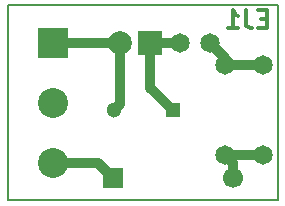
<source format=gbr>
G04 #@! TF.FileFunction,Copper,L2,Bot,Signal*
%FSLAX46Y46*%
G04 Gerber Fmt 4.6, Leading zero omitted, Abs format (unit mm)*
G04 Created by KiCad (PCBNEW 4.0.0-rc1-stable) date 30/11/2015 05:11:16 p.m.*
%MOMM*%
G01*
G04 APERTURE LIST*
%ADD10C,0.100000*%
%ADD11C,0.150000*%
%ADD12C,0.300000*%
%ADD13R,1.300000X1.300000*%
%ADD14C,1.300000*%
%ADD15R,2.000000X2.000000*%
%ADD16C,2.000000*%
%ADD17C,1.699260*%
%ADD18R,1.699260X1.699260*%
%ADD19R,2.540000X2.540000*%
%ADD20C,2.540000*%
%ADD21C,1.651000*%
%ADD22C,0.812800*%
G04 APERTURE END LIST*
D10*
D11*
X127000000Y-112395000D02*
X127000000Y-95885000D01*
X149860000Y-112395000D02*
X127000000Y-112395000D01*
X149860000Y-95885000D02*
X149860000Y-112395000D01*
X127000000Y-95885000D02*
X149860000Y-95885000D01*
D12*
X148927142Y-97047857D02*
X148427142Y-97047857D01*
X148212856Y-97833571D02*
X148927142Y-97833571D01*
X148927142Y-96333571D01*
X148212856Y-96333571D01*
X147141428Y-96333571D02*
X147141428Y-97405000D01*
X147212856Y-97619286D01*
X147355713Y-97762143D01*
X147569999Y-97833571D01*
X147712856Y-97833571D01*
X145641428Y-97833571D02*
X146498571Y-97833571D01*
X146069999Y-97833571D02*
X146069999Y-96333571D01*
X146212856Y-96547857D01*
X146355714Y-96690714D01*
X146498571Y-96762143D01*
D13*
X140970000Y-104775000D03*
D14*
X135970000Y-104775000D03*
D15*
X139065000Y-99060000D03*
D16*
X136525000Y-99060000D03*
D17*
X146050520Y-110487460D03*
D18*
X135890520Y-110487460D03*
D19*
X130810000Y-99060000D03*
D20*
X130810000Y-104140000D03*
X130810000Y-109220000D03*
D21*
X145415000Y-100965000D03*
X145415000Y-108585000D03*
X148590000Y-100965000D03*
X148590000Y-108585000D03*
X144145000Y-99060000D03*
X141605000Y-99060000D03*
D22*
X148590000Y-100965000D02*
X145415000Y-100965000D01*
X139065000Y-99060000D02*
X141605000Y-99060000D01*
X144145000Y-99060000D02*
X145415000Y-100330000D01*
X145415000Y-100330000D02*
X145415000Y-100965000D01*
X139065000Y-99060000D02*
X139065000Y-102870000D01*
X139065000Y-102870000D02*
X140970000Y-104775000D01*
X136525000Y-99060000D02*
X136525000Y-104220000D01*
X136525000Y-104220000D02*
X135970000Y-104775000D01*
X130810000Y-99060000D02*
X136525000Y-99060000D01*
X136525000Y-99060000D02*
X136605000Y-99140000D01*
X145415000Y-108585000D02*
X148590000Y-108585000D01*
X146050520Y-110487460D02*
X146050520Y-109220520D01*
X146050520Y-109220520D02*
X145415000Y-108585000D01*
X130810000Y-109220000D02*
X134623060Y-109220000D01*
X134623060Y-109220000D02*
X135890520Y-110487460D01*
M02*

</source>
